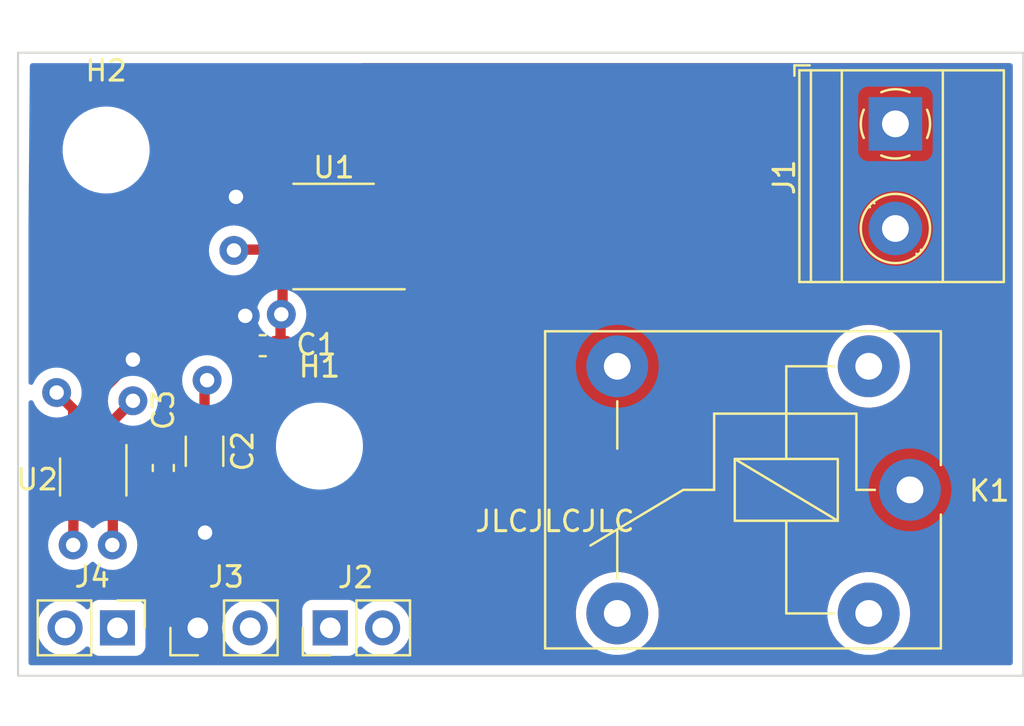
<source format=kicad_pcb>
(kicad_pcb (version 20211014) (generator pcbnew)
  (layers (0 "F.Cu" signal "hall") (1 "In1.Cu" power "PWR") (2 "In2.Cu" signal "signals") (31 "B.Cu" power "GND") (34 "B.Paste" user) (35 "F.Paste" user) (36 "B.SilkS" user "B.Silkscreen") (37 "F.SilkS" user "F.Silkscreen") (38 "B.Mask" user) (39 "F.Mask" user) (44 "Edge.Cuts" user))
  (net 0 "")
  (net 1 "+3.3V")
  (net 2 "GND")
  (net 3 "Net-(J1-Pad2)")
  (net 4 "Net-(J2-Pad1)")
  (net 5 "Net-(J2-Pad2)")
  (net 6 "Net-(J3-Pad1)")
  (net 7 "Net-(J3-Pad2)")
  (net 8 "Net-(J1-Pad1)")
  (net 10 "Net-(U1-Pad7)")
  (net 11 "Net-(K1-Pad14)")
  (footprint "MountingHole:MountingHole_3.2mm_M3_ISO7380" (layer "F.Cu") (at 167.7 95.225)
    (fp_text reference "H2" (at 0 -3.85) (layer "F.SilkS"))
    (fp_text value "MountingHole")
    (pad "" np_thru_hole circle (at 0 0) (size 3.2 3.2) (drill 3.2) (layers *.Cu *.Mask))
  )
  (footprint "Connector_PinHeader_2.54mm:PinHeader_1x02_P2.54mm_Vertical" (layer "F.Cu") (at 168.25 118.425 -90)
    (fp_text reference "J3" (at -2.475 -5.275 180) (layer "F.SilkS"))
    (fp_text value "Conn_01x02")
    (fp_line (start 1.33 1.27) (end 1.33 3.87) (layer "F.SilkS") (width 0.12))
    (fp_line (start -1.33 1.27) (end 1.33 1.27) (layer "F.SilkS") (width 0.12))
    (fp_line (start -1.33 0) (end -1.33 -1.33) (layer "F.SilkS") (width 0.12))
    (fp_line (start -1.33 1.27) (end -1.33 3.87) (layer "F.SilkS") (width 0.12))
    (fp_line (start -1.33 -1.33) (end 0 -1.33) (layer "F.SilkS") (width 0.12))
    (fp_line (start -1.33 3.87) (end 1.33 3.87) (layer "F.SilkS") (width 0.12))
    (pad "1" thru_hole rect (at 0 0 270) (size 1.7 1.7) (drill 1) (layers *.Cu *.Mask) (net 6 "Net-(J3-Pad1)"))
    (pad "2" thru_hole oval (at 0 2.54 270) (size 1.7 1.7) (drill 1) (layers *.Cu *.Mask) (net 7 "Net-(J3-Pad2)"))
  )
  (footprint "Capacitor_SMD:C_0603_1608Metric_Pad1.08x0.95mm_HandSolder" (layer "F.Cu") (at 175.3 104.725 180)
    (fp_text reference "C1" (at -2.6 0.05) (layer "F.SilkS"))
    (fp_text value "0.1u")
    (fp_line (start -0.146267 -0.51) (end 0.146267 -0.51) (layer "F.SilkS") (width 0.12))
    (fp_line (start -0.146267 0.51) (end 0.146267 0.51) (layer "F.SilkS") (width 0.12))
    (pad "1" smd roundrect (at -0.8625 0 180) (size 1.075 0.95) (layers "F.Cu" "F.Paste" "F.Mask") (net 1 "+3.3V"))
    (pad "2" smd roundrect (at 0.8625 0 180) (size 1.075 0.95) (layers "F.Cu" "F.Paste" "F.Mask") (net 2 "GND"))
  )
  (footprint "Capacitor_SMD:C_0603_1608Metric_Pad1.08x0.95mm_HandSolder" (layer "F.Cu") (at 170.475 110.6625 -90)
    (fp_text reference "C3" (at -2.8125 0 -270) (layer "F.SilkS"))
    (fp_text value "0.1u")
    (fp_line (start -0.146267 -0.51) (end 0.146267 -0.51) (layer "F.SilkS") (width 0.12))
    (fp_line (start -0.146267 0.51) (end 0.146267 0.51) (layer "F.SilkS") (width 0.12))
    (pad "1" smd roundrect (at -0.8625 0 270) (size 1.075 0.95) (layers "F.Cu" "F.Paste" "F.Mask") (net 1 "+3.3V"))
    (pad "2" smd roundrect (at 0.8625 0 270) (size 1.075 0.95) (layers "F.Cu" "F.Paste" "F.Mask") (net 2 "GND"))
  )
  (footprint "Capacitor_SMD:C_1206_3216Metric_Pad1.33x1.80mm_HandSolder" (layer "F.Cu") (at 172.475 109.85 -90)
    (fp_text reference "C2" (at 0 -1.85 -90) (layer "F.SilkS"))
    (fp_text value "10u")
    (fp_line (start -0.711252 -0.91) (end 0.711252 -0.91) (layer "F.SilkS") (width 0.12))
    (fp_line (start -0.711252 0.91) (end 0.711252 0.91) (layer "F.SilkS") (width 0.12))
    (pad "1" smd roundrect (at -1.5625 0 270) (size 1.325 1.8) (layers "F.Cu" "F.Paste" "F.Mask") (roundrect_rratio 0.188679) (net 1 "+3.3V"))
    (pad "2" smd roundrect (at 1.5625 0 270) (size 1.325 1.8) (layers "F.Cu" "F.Paste" "F.Mask") (roundrect_rratio 0.188679) (net 2 "GND"))
  )
  (footprint "Connector_PinHeader_2.54mm:PinHeader_1x02_P2.54mm_Vertical" (layer "F.Cu") (at 172.15 118.425 90)
    (fp_text reference "J4" (at 2.475 -5.125 180) (layer "F.SilkS"))
    (fp_text value "Conn_01x02")
    (fp_line (start -1.33 1.27) (end -1.33 3.87) (layer "F.SilkS") (width 0.12))
    (fp_line (start -1.33 1.27) (end 1.33 1.27) (layer "F.SilkS") (width 0.12))
    (fp_line (start -1.33 0) (end -1.33 -1.33) (layer "F.SilkS") (width 0.12))
    (fp_line (start 1.33 1.27) (end 1.33 3.87) (layer "F.SilkS") (width 0.12))
    (fp_line (start -1.33 -1.33) (end 0 -1.33) (layer "F.SilkS") (width 0.12))
    (fp_line (start -1.33 3.87) (end 1.33 3.87) (layer "F.SilkS") (width 0.12))
    (pad "1" thru_hole rect (at 0 0 90) (size 1.7 1.7) (drill 1) (layers *.Cu *.Mask) (net 2 "GND"))
    (pad "2" thru_hole oval (at 0 2.54 90) (size 1.7 1.7) (drill 1) (layers *.Cu *.Mask) (net 1 "+3.3V"))
  )
  (footprint "Connector_PinHeader_2.54mm:PinHeader_1x02_P2.54mm_Vertical" (layer "F.Cu") (at 178.575 118.425 90)
    (fp_text reference "J2" (at 2.45 1.225 180) (layer "F.SilkS"))
    (fp_text value "Conn_01x02")
    (fp_line (start -1.33 0) (end -1.33 -1.33) (layer "F.SilkS") (width 0.12))
    (fp_line (start -1.33 -1.33) (end 0 -1.33) (layer "F.SilkS") (width 0.12))
    (fp_line (start -1.33 1.27) (end -1.33 3.87) (layer "F.SilkS") (width 0.12))
    (fp_line (start -1.33 3.87) (end 1.33 3.87) (layer "F.SilkS") (width 0.12))
    (fp_line (start -1.33 1.27) (end 1.33 1.27) (layer "F.SilkS") (width 0.12))
    (fp_line (start 1.33 1.27) (end 1.33 3.87) (layer "F.SilkS") (width 0.12))
    (pad "1" thru_hole rect (at 0 0 90) (size 1.7 1.7) (drill 1) (layers *.Cu *.Mask) (net 4 "Net-(J2-Pad1)"))
    (pad "2" thru_hole oval (at 0 2.54 90) (size 1.7 1.7) (drill 1) (layers *.Cu *.Mask) (net 5 "Net-(J2-Pad2)"))
  )
  (footprint "Relay_THT:Relay_SPDT_Finder_36.11" (layer "F.Cu") (at 206.7 111.725 180)
    (fp_text reference "K1" (at -3.85 -0.05) (layer "F.SilkS"))
    (fp_text value "833H-1C-S-36VDC")
    (fp_line (start 6 -6) (end 3.7 -6) (layer "F.SilkS") (width 0.12))
    (fp_line (start 9.5 0) (end 9.5 3.7) (layer "F.SilkS") (width 0.12))
    (fp_line (start 2.6 0) (end 1.7 0) (layer "F.SilkS") (width 0.12))
    (fp_line (start 3.5 -1.5) (end 8.5 -1.5) (layer "F.SilkS") (width 0.12))
    (fp_line (start 3.5 1.5) (end 3.5 -1.5) (layer "F.SilkS") (width 0.12))
    (fp_line (start 17.7 7.7) (end -1.5 7.7) (layer "F.SilkS") (width 0.12))
    (fp_line (start 14.2 4.3) (end 14.2 2) (layer "F.SilkS") (width 0.12))
    (fp_line (start 8.5 1.5) (end 3.5 -1.5) (layer "F.SilkS") (width 0.12))
    (fp_line (start 3.7 6) (end 6 6) (layer "F.SilkS") (width 0.12))
    (fp_line (start 2.6 0) (end 2.6 3.7) (layer "F.SilkS") (width 0.12))
    (fp_line (start 6 -6) (end 6 -1.5) (layer "F.SilkS") (width 0.12))
    (fp_line (start 6 1.5) (end 6 6) (layer "F.SilkS") (width 0.12))
    (fp_line (start 9.5 0) (end 11 0) (layer "F.SilkS") (width 0.12))
    (fp_line (start -1.5 -7.7) (end -1.5 -1.2) (layer "F.SilkS") (width 0.12))
    (fp_line (start 9.5 3.7) (end 2.6 3.7) (layer "F.SilkS") (width 0.12))
    (fp_line (start 8.5 -1.5) (end 8.5 1.5) (layer "F.SilkS") (width 0.12))
    (fp_line (start 11 0) (end 15.5 -2.7) (layer "F.SilkS") (width 0.12))
    (fp_line (start 14.2 -4.3) (end 14.2 -2) (layer "F.SilkS") (width 0.12))
    (fp_line (start -1.5 -7.7) (end 17.7 -7.7) (layer "F.SilkS") (width 0.12))
    (fp_line (start -1.5 1.2) (end -1.5 7.7) (layer "F.SilkS") (width 0.12))
    (fp_line (start 17.7 -7.7) (end 17.7 7.7) (layer "F.SilkS") (width 0.12))
    (fp_line (start 8.5 1.5) (end 3.5 1.5) (layer "F.SilkS") (width 0.12))
    (pad "11" thru_hole circle (at 0 0 180) (size 3 3) (drill 1.3) (layers *.Cu *.Mask) (net 3 "Net-(J1-Pad2)"))
    (pad "12" thru_hole circle (at 14.2 -6 180) (size 3 3) (drill 1.3) (layers *.Cu *.Mask))
    (pad "14" thru_hole circle (at 14.2 6 180) (size 3 3) (drill 1.3) (layers *.Cu *.Mask) (net 11 "Net-(K1-Pad14)"))
    (pad "A1" thru_hole circle (at 2 6 180) (size 3 3) (drill 1.3) (layers *.Cu *.Mask) (net 5 "Net-(J2-Pad2)"))
    (pad "A2" thru_hole circle (at 2 -6 180) (size 3 3) (drill 1.3) (layers *.Cu *.Mask) (net 4 "Net-(J2-Pad1)"))
  )
  (footprint "TerminalBlock_Phoenix:TerminalBlock_Phoenix_MKDS-1,5-2-5.08_1x02_P5.08mm_Horizontal" (layer "F.Cu") (at 205.995 93.955 -90)
    (fp_text reference "J1" (at 2.595 5.395 90) (layer "F.SilkS"))
    (fp_text value "Screw_Terminal_01x02")
    (fp_line (start 3.853 1.023) (end 3.806 1.069) (layer "F.SilkS") (width 0.12))
    (fp_line (start 7.68 -5.261) (end 7.68 4.66) (layer "F.SilkS") (width 0.12))
    (fp_line (start -2.84 4.9) (end -2.34 4.9) (layer "F.SilkS") (width 0.12))
    (fp_line (start -2.6 -2.301) (end 7.68 -2.301) (layer "F.SilkS") (width 0.12))
    (fp_line (start -2.6 4.66) (end 7.68 4.66) (layer "F.SilkS") (width 0.12))
    (fp_line (start -2.84 4.16) (end -2.84 4.9) (layer "F.SilkS") (width 0.12))
    (fp_line (start 6.15 -1.275) (end 6.115 -1.239) (layer "F.SilkS") (width 0.12))
    (fp_line (start -2.6 -5.261) (end 7.68 -5.261) (layer "F.SilkS") (width 0.12))
    (fp_line (start -2.6 4.1) (end 7.68 4.1) (layer "F.SilkS") (width 0.12))
    (fp_line (start 6.355 -1.069) (end 6.308 -1.023) (layer "F.SilkS") (width 0.12))
    (fp_line (start -2.6 2.6) (end 7.68 2.6) (layer "F.SilkS") (width 0.12))
    (fp_line (start -2.6 -5.261) (end -2.6 4.66) (layer "F.SilkS") (width 0.12))
    (fp_line (start 4.046 1.239) (end 4.011 1.274) (layer "F.SilkS") (width 0.12))
    (fp_arc (start 1.535427 -0.683042) (mid 1.680501 0.000524) (end 1.535 0.684) (layer "F.SilkS") (width 0.12))
    (fp_arc (start 0.028805 1.680253) (mid -0.335551 1.646659) (end -0.684 1.535) (layer "F.SilkS") (width 0.12))
    (fp_arc (start 0.683318 1.534756) (mid 0.349292 1.643288) (end 0 1.68) (layer "F.SilkS") (width 0.12))
    (fp_arc (start -1.535427 0.683042) (mid -1.680501 -0.000524) (end -1.535 -0.684) (layer "F.SilkS") (width 0.12))
    (fp_arc (start -0.683042 -1.535427) (mid 0.000524 -1.680501) (end 0.684 -1.535) (layer "F.SilkS") (width 0.12))
    (fp_circle (center 5.08 0) (end 6.76 0) (layer "F.SilkS") (width 0.12) (fill none))
    (pad "1" thru_hole rect (at 0 0 270) (size 2.6 2.6) (drill 1.3) (layers *.Cu *.Mask) (net 8 "Net-(J1-Pad1)"))
    (pad "2" thru_hole circle (at 5.08 0 270) (size 2.6 2.6) (drill 1.3) (layers *.Cu *.Mask) (net 3 "Net-(J1-Pad2)"))
  )
  (footprint "MountingHole:MountingHole_3.2mm_M3_ISO7380" (layer "F.Cu") (at 178.05 109.6)
    (fp_text reference "H1" (at 0 -3.85) (layer "F.SilkS"))
    (fp_text value "MountingHole")
    (pad "" np_thru_hole circle (at 0 0) (size 3.2 3.2) (drill 3.2) (layers *.Cu *.Mask))
  )
  (footprint "Package_TO_SOT_SMD:SOT-23-5_HandSoldering" (layer "F.Cu") (at 167.075 111.1 -90)
    (fp_text reference "U2" (at 0.125 2.725 -180) (layer "F.SilkS"))
    (fp_text value "MCP3021")
    (fp_line (start 0.9 -1.61) (end -1.55 -1.61) (layer "F.SilkS") (width 0.12))
    (fp_line (start -0.9 1.61) (end 0.9 1.61) (layer "F.SilkS") (width 0.12))
    (pad "1" smd rect (at -1.35 -0.95 270) (size 1.56 0.65) (layers "F.Cu" "F.Paste" "F.Mask") (net 1 "+3.3V"))
    (pad "2" smd rect (at -1.35 0 270) (size 1.56 0.65) (layers "F.Cu" "F.Paste" "F.Mask") (net 2 "GND"))
    (pad "3" smd rect (at -1.35 0.95 270) (size 1.56 0.65) (layers "F.Cu" "F.Paste" "F.Mask") (net 10 "Net-(U1-Pad7)"))
    (pad "4" smd rect (at 1.35 0.95 270) (size 1.56 0.65) (layers "F.Cu" "F.Paste" "F.Mask") (net 7 "Net-(J3-Pad2)"))
    (pad "5" smd rect (at 1.35 -0.95 270) (size 1.56 0.65) (layers "F.Cu" "F.Paste" "F.Mask") (net 6 "Net-(J3-Pad1)"))
  )
  (footprint "Package_SO:SOIC-8_3.9x4.9mm_P1.27mm" (layer "F.Cu") (at 178.735 99.425 180)
    (fp_text reference "U1" (at -0.015 3.35) (layer "F.SilkS"))
    (fp_text value "TMCS1108AXB")
    (fp_line (start 0 -2.56) (end -3.45 -2.56) (layer "F.SilkS") (width 0.12))
    (fp_line (start 0 -2.56) (end 1.95 -2.56) (layer "F.SilkS") (width 0.12))
    (fp_line (start 0 2.56) (end -1.95 2.56) (layer "F.SilkS") (width 0.12))
    (fp_line (start 0 2.56) (end 1.95 2.56) (layer "F.SilkS") (width 0.12))
    (pad "1" smd roundrect (at -2.475 -1.905 180) (size 1.95 0.6) (layers "F.Cu" "F.Paste" "F.Mask") (net 11 "Net-(K1-Pad14)"))
    (pad "2" smd roundrect (at -2.475 -0.635 180) (size 1.95 0.6) (layers "F.Cu" "F.Paste" "F.Mask") (net 11 "Net-(K1-Pad14)"))
    (pad "3" smd roundrect (at -2.475 0.635 180) (size 1.95 0.6) (layers "F.Cu" "F.Paste" "F.Mask") (net 8 "Net-(J1-Pad1)"))
    (pad "4" smd roundrect (at -2.475 1.905 180) (size 1.95 0.6) (layers "F.Cu" "F.Paste" "F.Mask") (net 8 "Net-(J1-Pad1)"))
    (pad "5" smd roundrect (at 2.475 1.905 180) (size 1.95 0.6) (layers "F.Cu" "F.Paste" "F.Mask") (net 2 "GND"))
    (pad "6" smd roundrect (at 2.475 0.635 180) (size 1.95 0.6) (layers "F.Cu" "F.Paste" "F.Mask"))
    (pad "7" smd roundrect (at 2.475 -0.635 180) (size 1.95 0.6) (layers "F.Cu" "F.Paste" "F.Mask") (net 10 "Net-(U1-Pad7)"))
    (pad "8" smd roundrect (at 2.475 -1.905 180) (size 1.95 0.6) (layers "F.Cu" "F.Paste" "F.Mask") (net 1 "+3.3V"))
  )
  (gr_rect (start 163.425 90.5) (end 212.2 120.75) (layer "Edge.Cuts") (width 0.1) (fill none))
  (gr_text "JLCJLCJLC" (at 189.475 113.25) (layer "F.SilkS") (effects (font (size 1 1))))
  (segment (start 168.025 108.375) (end 169 107.4) (width 0.5) (layer "F.Cu") (net 1))
  (segment (start 176.1625 104.725) (end 176.1625 103.2375) (width 0.5) (layer "F.Cu") (net 1))
  (segment (start 170.475 109.8) (end 170.9625 109.8) (width 0.5) (layer "F.Cu") (net 1))
  (segment (start 170.425 109.75) (end 170.475 109.8) (width 0.5) (layer "F.Cu") (net 1))
  (segment (start 168.025 109.75) (end 170.425 109.75) (width 0.5) (layer "F.Cu") (net 1))
  (segment (start 172.475 106.525) (end 172.6 106.4) (width 0.5) (layer "F.Cu") (net 1))
  (segment (start 176.26 101.33) (end 176.26 103.14) (width 0.5) (layer "F.Cu") (net 1))
  (segment (start 168.025 109.75) (end 168.025 108.375) (width 0.5) (layer "F.Cu") (net 1))
  (segment (start 168.05 109.775) (end 168.025 109.75) (width 0.5) (layer "F.Cu") (net 1))
  (segment (start 172.475 108.2875) (end 172.475 106.525) (width 0.5) (layer "F.Cu") (net 1))
  (segment (start 170.9625 109.8) (end 172.475 108.2875) (width 0.5) (layer "F.Cu") (net 1))
  (segment (start 176.1625 103.2375) (end 176.2 103.2) (width 0.5) (layer "F.Cu") (net 1))
  (segment (start 176.26 103.14) (end 176.2 103.2) (width 0.5) (layer "F.Cu") (net 1))
  (segment (start 170.5 109.825) (end 170.475 109.8) (width 0.5) (layer "F.Cu") (net 1))
  (via (at 176.2 103.2) (size 1.4) (drill 0.7) (layers "F.Cu" "B.Cu") (net 1))
  (via (at 172.6 106.4) (size 1.4) (drill 0.7) (layers "F.Cu" "B.Cu") (net 1))
  (via (at 169 107.4) (size 1.4) (drill 0.7) (layers "F.Cu" "B.Cu") (net 1))
  (segment (start 167.075 109.75) (end 167.075 107.325) (width 0.5) (layer "F.Cu") (net 2))
  (segment (start 172.4 113.9) (end 172.5 113.8) (width 0.5) (layer "F.Cu") (net 2))
  (segment (start 174.4375 103.2875) (end 174.45 103.275) (width 0.5) (layer "F.Cu") (net 2))
  (segment (start 170.475 113.075) (end 171.3 113.9) (width 0.5) (layer "F.Cu") (net 2))
  (segment (start 176.26 97.52) (end 174.02 97.52) (width 0.5) (layer "F.Cu") (net 2))
  (segment (start 172.5 113.8) (end 172.487918 113.769419) (width 0.5) (layer "F.Cu") (net 2))
  (segment (start 174.02 97.52) (end 174 97.5) (width 0.5) (layer "F.Cu") (net 2))
  (segment (start 174.32 103.145) (end 174.45 103.275) (width 0.5) (layer "F.Cu") (net 2))
  (segment (start 172.3625 111.525) (end 172.475 111.4125) (width 0.5) (layer "F.Cu") (net 2))
  (segment (start 170.475 111.525) (end 172.3625 111.525) (width 0.5) (layer "F.Cu") (net 2))
  (segment (start 174.4375 104.725) (end 174.4375 103.2875) (width 0.5) (layer "F.Cu") (net 2))
  (segment (start 171.3 113.9) (end 172.4 113.9) (width 0.5) (layer "F.Cu") (net 2))
  (segment (start 172.487918 111.425418) (end 172.5 113.8) (width 0.5) (layer "F.Cu") (net 2))
  (segment (start 170.475 111.525) (end 170.475 113.075) (width 0.5) (layer "F.Cu") (net 2))
  (segment (start 172.475 111.4125) (end 172.487918 111.425418) (width 0.5) (layer "F.Cu") (net 2))
  (segment (start 167.075 107.325) (end 169 105.4) (width 0.5) (layer "F.Cu") (net 2))
  (via (at 172.5 113.8) (size 1.4) (drill 0.7) (layers "F.Cu" "B.Cu") (net 2))
  (via (at 174.45 103.275) (size 1.4) (drill 0.7) (layers "F.Cu" "B.Cu") (net 2))
  (via (at 174 97.5) (size 1.4) (drill 0.7) (layers "F.Cu" "B.Cu") (net 2))
  (via (at 169 105.4) (size 1.4) (drill 0.7) (layers "F.Cu" "B.Cu") (net 2))
  (segment (start 168.025 118.2) (end 168.25 118.425) (width 0.5) (layer "F.Cu") (net 6))
  (segment (start 168.025 114.375) (end 168 114.4) (width 0.5) (layer "F.Cu") (net 6))
  (segment (start 168.025 112.45) (end 168.025 114.375) (width 0.5) (layer "F.Cu") (net 6))
  (via (at 168 114.4) (size 1.4) (drill 0.7) (layers "F.Cu" "B.Cu") (net 6))
  (segment (start 166.125 112.45) (end 166.1 114.4) (width 0.5) (layer "F.Cu") (net 7))
  (segment (start 166.1 114.4) (end 166.125 114.375) (width 0.5) (layer "F.Cu") (net 7))
  (segment (start 166.125 118.01) (end 165.71 118.425) (width 0.5) (layer "F.Cu") (net 7))
  (via (at 166.1 114.4) (size 1.4) (drill 0.7) (layers "F.Cu" "B.Cu") (net 7))
  (segment (start 165.3 107) (end 166.1 107.8) (width 0.5) (layer "F.Cu") (net 10))
  (segment (start 166.1 109.725) (end 166.125 109.75) (width 0.5) (layer "F.Cu") (net 10))
  (segment (start 173.94 100.06) (end 173.9 100.1) (width 0.5) (layer "F.Cu") (net 10))
  (segment (start 166.1 107.8) (end 166.1 109.725) (width 0.5) (layer "F.Cu") (net 10))
  (segment (start 176.26 100.06) (end 173.94 100.06) (width 0.5) (layer "F.Cu") (net 10))
  (via (at 173.9 100.1) (size 1.4) (drill 0.7) (layers "F.Cu" "B.Cu") (net 10))
  (via (at 165.3 107) (size 1.4) (drill 0.7) (layers "F.Cu" "B.Cu") (net 10))
  (zone (net 8) (net_name "Net-(J1-Pad1)") (layer "F.Cu") (connect_pads yes (clearance 0.508)) (min_thickness 0.254) (fill yes (thermal_gap 0.508) (thermal_bridge_width 0.508))
    (polygon (pts (xy 211.65 95.35) (xy 180 99) (xy 180.025 97.525) (xy 180 90.75) (xy 211.65 90.6)))
  )
  (zone (net 11) (net_name "Net-(K1-Pad14)") (layer "F.Cu") (connect_pads yes (clearance 0.508)) (min_thickness 0.254) (fill yes (thermal_gap 0.508) (thermal_bridge_width 0.508))
    (polygon (pts (xy 197.625 99.85) (xy 197.610975 119.748823) (xy 185 119.75) (xy 180.1 99.9)))
  )
  (zone (net 3) (net_name "Net-(J1-Pad2)") (layer "F.Cu") (connect_pads yes (clearance 0.508)) (min_thickness 0.254) (fill yes (thermal_gap 0.508) (thermal_bridge_width 0.508))
    (polygon (pts (xy 211.224999 119.827781) (xy 199.8 119.825) (xy 199.80071 98.038402) (xy 211.008481 96.523096)))
  )
  (zone (net 2) (net_name "GND") (layer "B.Cu") (connect_pads yes (clearance 0.508)) (min_thickness 0.254) (fill yes (thermal_gap 0.508) (thermal_bridge_width 0.508))
    (polygon (pts (xy 211.75 120.25) (xy 163.75 120.25) (xy 164 91) (xy 211.75 91)))
  )
)
</source>
